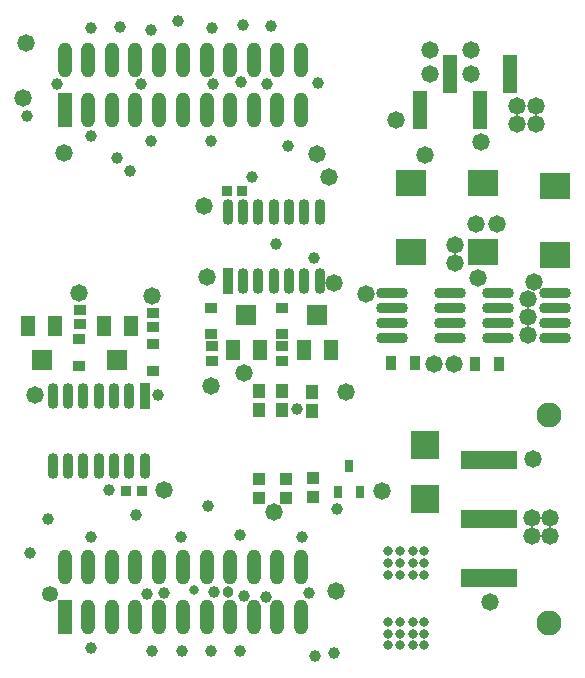
<source format=gts>
%FSTAX23Y23*%
%MOIN*%
%SFA1B1*%

%IPPOS*%
%ADD17R,0.037646X0.047488*%
%ADD27R,0.033465X0.035433*%
%ADD35R,0.102488X0.090677*%
%ADD36R,0.047370X0.116267*%
%ADD37O,0.047370X0.116267*%
%ADD38R,0.039496X0.039496*%
%ADD39R,0.185165X0.063118*%
%ADD40R,0.040677X0.032803*%
%ADD41R,0.041464X0.037527*%
%ADD42R,0.070992X0.070992*%
%ADD43R,0.051307X0.070992*%
%ADD44R,0.035559X0.086740*%
%ADD45O,0.035559X0.086740*%
%ADD46O,0.106425X0.035559*%
%ADD47R,0.047370X0.126110*%
%ADD48R,0.092645X0.094614*%
%ADD49R,0.039496X0.045992*%
%ADD50R,0.031622X0.039496*%
%ADD51C,0.082803*%
%ADD52C,0.031496*%
%ADD53C,0.039496*%
%ADD54C,0.058000*%
%ADD55C,0.033000*%
%ADD56C,0.038000*%
%ADD57C,0.053000*%
%LNmain-1*%
%LPD*%
G54D17*
X02428Y01972D03*
X02508D03*
X02229Y01976D03*
X02148D03*
G54D27*
X01267Y0155D03*
X01318D03*
X01602Y0255D03*
X01653D03*
G54D35*
X02217Y02576D03*
Y02346D03*
X02457Y02576D03*
Y02346D03*
X02697Y02336D03*
Y02566D03*
G54D36*
X01061Y02821D03*
Y01129D03*
G54D37*
X0114Y02821D03*
X01219D03*
X01297D03*
X01376D03*
X01455D03*
X01534D03*
X01612D03*
X01691D03*
X0177D03*
X01848D03*
X01061Y02988D03*
X0114D03*
X01219D03*
X01297D03*
X01376D03*
X01455D03*
X01534D03*
X01612D03*
X01691D03*
X0177D03*
X01848D03*
X0114Y01129D03*
X01219D03*
X01297D03*
X01376D03*
X01455D03*
X01534D03*
X01612D03*
X01691D03*
X0177D03*
X01848D03*
X01061Y01297D03*
X0114D03*
X01219D03*
X01297D03*
X01376D03*
X01455D03*
X01534D03*
X01612D03*
X01691D03*
X0177D03*
X01848D03*
G54D38*
X018Y01528D03*
Y01591D03*
X0189Y01593D03*
Y0153D03*
X0171Y01591D03*
Y01528D03*
G54D39*
X02474Y01653D03*
Y01259D03*
Y01456D03*
G54D40*
X0111Y01968D03*
Y02056D03*
X01354Y02039D03*
Y01951D03*
X01549Y02073D03*
Y02161D03*
X01785D03*
Y02073D03*
G54D41*
X01111Y02105D03*
Y02154D03*
X01354Y02095D03*
Y02144D03*
X01551Y01983D03*
X01551Y02032D03*
X01785Y01984D03*
X01785Y02033D03*
G54D42*
X01236Y01987D03*
X00984D03*
X01903Y02135D03*
X01667D03*
G54D43*
X01191Y02101D03*
X01281D03*
X00939D03*
X0103D03*
X01858Y0202D03*
X01948D03*
X01622D03*
X01712D03*
G54D44*
X01328Y01865D03*
X01604Y02249D03*
G54D45*
X01277Y01865D03*
X01225D03*
X01174D03*
X01123D03*
X01072D03*
X01021D03*
X01328Y01632D03*
X01277D03*
X01225D03*
X01174D03*
X01123D03*
X01072D03*
X01021D03*
X01911Y02481D03*
X0186D03*
X01809D03*
X01758D03*
X01706D03*
X01655D03*
X01604D03*
X01911Y02249D03*
X0186D03*
X01809D03*
X01758D03*
X01706D03*
X01655D03*
G54D46*
X02697Y0206D03*
Y0211D03*
Y0216D03*
Y0221D03*
X02505Y0206D03*
Y0211D03*
Y0216D03*
Y0221D03*
X02346Y0206D03*
Y0211D03*
Y0216D03*
Y0221D03*
X02153Y0206D03*
Y0211D03*
Y0216D03*
Y0221D03*
G54D47*
X02547Y0294D03*
X02447Y02821D03*
X02347Y0294D03*
X02247Y02821D03*
G54D48*
X02263Y01524D03*
Y01703D03*
G54D49*
X01885Y0188D03*
Y01817D03*
X01785Y01882D03*
Y0182D03*
X0171Y01882D03*
Y0182D03*
G54D50*
X01972Y01546D03*
X02047D03*
X0201Y01633D03*
G54D51*
X02677Y0111D03*
Y01803D03*
G54D52*
X0226Y01271D03*
Y0131D03*
Y0135D03*
Y01114D03*
Y01074D03*
Y01035D03*
X0218Y01114D03*
X02221D03*
X0218Y01074D03*
X02221D03*
X0214Y01114D03*
Y01074D03*
Y01035D03*
X02221D03*
X0218D03*
Y01271D03*
X02221D03*
X0214D03*
Y0131D03*
Y0135D03*
X02221Y0131D03*
X0218D03*
X02221Y0135D03*
X0218D03*
G54D53*
X01149Y02733D03*
X01552Y03093D03*
X01349Y03088D03*
X01314Y02905D03*
X01851Y01397D03*
X00944Y01344D03*
X0155Y02717D03*
X01905Y0291D03*
X0144Y03115D03*
X01767Y02372D03*
X00934Y02799D03*
X01393Y01211D03*
X01658Y01201D03*
X01559Y01213D03*
X01645Y01016D03*
X01549Y01017D03*
X01453Y01016D03*
X01733Y01198D03*
X01646Y01402D03*
X01149Y01026D03*
X01648Y02914D03*
X013Y0147D03*
X0197Y0149D03*
X01835Y01824D03*
X01687Y02597D03*
X01892Y02326D03*
X01875Y0121D03*
X01351Y01016D03*
X0128Y02618D03*
X01236Y0266D03*
X01371Y0187D03*
X01538Y015D03*
X01005Y01455D03*
X0196Y0101D03*
X01895Y01D03*
X01035Y02905D03*
X01349Y02717D03*
X01554Y02908D03*
X01335Y01205D03*
X0145Y01397D03*
X01247Y03096D03*
X01749Y031D03*
X01655Y03104D03*
X01735Y02905D03*
X01805Y027D03*
X01148Y03094D03*
X01148Y01395D03*
X0121Y01552D03*
G54D54*
X01659Y01942D03*
X01942Y02597D03*
X02417Y03019D03*
X0228Y0302D03*
X02417Y0294D03*
X02279D03*
X0176Y0148D03*
X0212Y0155D03*
X0268Y014D03*
X0262D03*
X0268Y0146D03*
X0262D03*
X0155Y019D03*
X02Y0188D03*
X02361Y02371D03*
X0244Y0226D03*
X02065Y02207D03*
X00921Y02859D03*
X00933Y03043D03*
X02164Y02788D03*
X02448Y02714D03*
X02261Y02671D03*
X01958Y02244D03*
X02503Y02441D03*
X02362Y02311D03*
X02431Y02441D03*
X01535Y02263D03*
X0106Y02675D03*
X01966Y01218D03*
X01902Y02674D03*
X01524Y025D03*
X0248Y01181D03*
X02621Y01655D03*
X01109Y0221D03*
X01353Y02199D03*
X00961Y01869D03*
X01392Y01554D03*
X02633Y02774D03*
X0257D03*
Y02833D03*
X02633D03*
X02291Y01972D03*
X02606Y02071D03*
Y0213D03*
X02625Y02248D03*
X02606Y02189D03*
X02358Y01972D03*
G54D55*
X01492Y0122D03*
G54D56*
X01606Y01214D03*
G54D57*
X01011Y01208D03*
M02*
</source>
